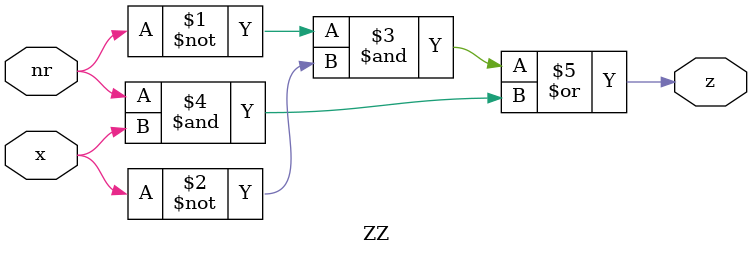
<source format=v>
module ZZ(output z, input nr, input x);
assign z = ((~nr) & (~x)) | (nr & x);
endmodule

</source>
